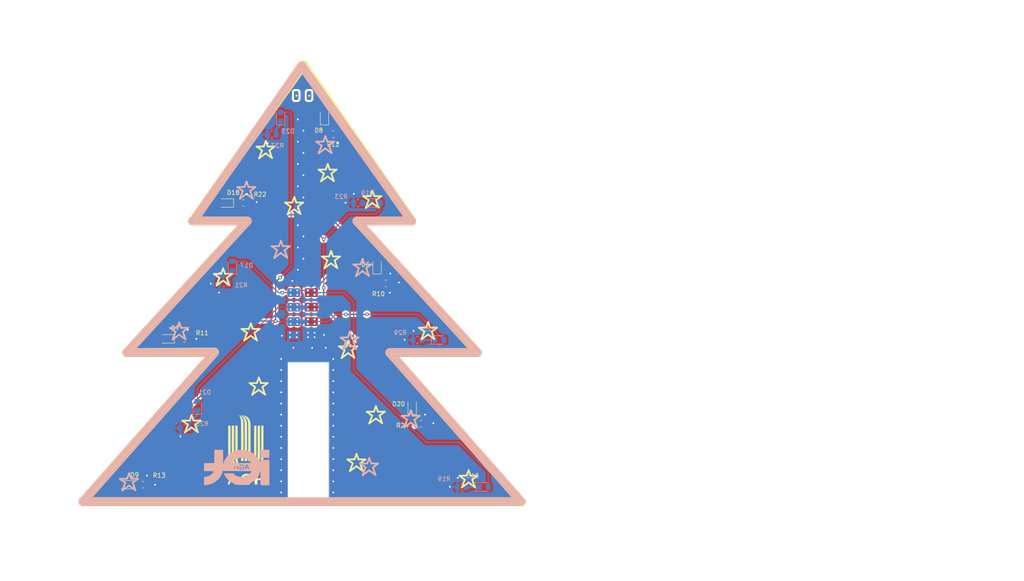
<source format=kicad_pcb>
(kicad_pcb (version 20221018) (generator pcbnew)
  (layers (0 "F.Cu" signal) (31 "B.Cu" signal) (34 "B.Paste" user) (35 "F.Paste" user) (36 "B.SilkS" user "B.Silkscreen") (37 "F.SilkS" user "F.Silkscreen") (38 "B.Mask" user) (39 "F.Mask" user) (44 "Edge.Cuts" user))
  (net 0 "")
  (net 1 "/LED_Power_1")
  (net 2 "/LED_Power_3")
  (net 3 "/LED_Power_2")
  (net 4 "Net-(D15-K)")
  (net 5 "Net-(D17-K)")
  (net 6 "GND")
  (net 7 "Net-(D20-K)")
  (footprint "LocalFootprintLib:Multi_board_connector" (layer "F.Cu") (at 99.077 100.812 -90)
    (fp_text reference "J4" hide)
    (fp_text value "Conn_01x04_Pin")
  )
  (footprint "LED_SMD:LED_0805_2012Metric_Pad1.15x1.40mm_HandSolder" (layer "F.Cu") (at 56.383 138.02 180)
    (fp_text reference "D9")
    (fp_text value "LED")
  )
  (footprint "Resistor_SMD:R_0805_2012Metric_Pad1.20x1.40mm_HandSolder" (layer "F.Cu") (at 103.823 58.098)
    (fp_text reference "R12")
    (fp_text value "100")
  )
  (footprint "Connector_Wire:SolderWirePad_1x01_SMD_1x2mm" (layer "F.Cu") (at 95.372 49.247)
    (fp_text reference "REF**" hide)
    (fp_text value "SolderWirePad_1x01_SMD_1x2mm")
  )
  (footprint "LED_SMD:LED_0805_2012Metric_Pad1.15x1.40mm_HandSolder" (layer "F.Cu") (at 121.823 120.123 90)
    (fp_text reference "D20")
    (fp_text value "LED")
  )
  (footprint "LED_SMD:LED_0805_2012Metric_Pad1.15x1.40mm_HandSolder" (layer "F.Cu") (at 113.823 88.098 90)
    (fp_text reference "D6")
    (fp_text value "LED")
  )
  (footprint "Resistor_SMD:R_0805_2012Metric_Pad1.20x1.40mm_HandSolder" (layer "F.Cu") (at 123.823 124.098)
    (fp_text reference "R24")
    (fp_text value "100")
  )
  (footprint "LED_SMD:LED_0805_2012Metric_Pad1.15x1.40mm_HandSolder" (layer "F.Cu") (at 65.772 104.746 180)
    (fp_text reference "D7")
    (fp_text value "LED")
  )
  (footprint "LED_SMD:LED_0805_2012Metric_Pad1.15x1.40mm_HandSolder" (layer "F.Cu") (at 79.234 73.758 180)
    (fp_text reference "D18")
    (fp_text value "LED")
  )
  (footprint "Resistor_SMD:R_0805_2012Metric_Pad1.20x1.40mm_HandSolder" (layer "F.Cu") (at 115.823 92.098)
    (fp_text reference "R10")
    (fp_text value "100")
  )
  (footprint "Resistor_SMD:R_0805_2012Metric_Pad1.20x1.40mm_HandSolder" (layer "F.Cu") (at 60.447 138.02)
    (fp_text reference "R13")
    (fp_text value "100")
  )
  (footprint "Resistor_SMD:R_0805_2012Metric_Pad1.20x1.40mm_HandSolder" (layer "F.Cu") (at 83.307 73.758)
    (fp_text reference "R22")
    (fp_text value "100")
  )
  (footprint "Resistor_SMD:R_0805_2012Metric_Pad1.20x1.40mm_HandSolder" (layer "F.Cu") (at 69.836 104.746)
    (fp_text reference "R11")
    (fp_text value "100")
  )
  (footprint "Connector_Wire:SolderWirePad_1x01_SMD_1x2mm" (layer "F.Cu") (at 98.293 49.247)
    (fp_text reference "REF**" hide)
    (fp_text value "SolderWirePad_1x01_SMD_1x2mm")
  )
  (footprint "LOGO" (layer "F.Cu") (at 83.823 130.098)
    (fp_text reference "G***" hide)
    (fp_text value "LOGO" hide)
  )
  (footprint "LED_SMD:LED_0805_2012Metric_Pad1.15x1.40mm_HandSolder" (layer "F.Cu") (at 101.823 54.098 90)
    (fp_text reference "D8")
    (fp_text value "LED")
  )
  (footprint "LOGO" (layer "B.Cu") (at 81.823 134.098 180)
    (fp_text reference "G***" hide)
    (fp_text value "LOGO" hide)
  )
  (footprint "LED_SMD:LED_0805_2012Metric_Pad1.15x1.40mm_HandSolder" (layer "B.Cu") (at 113.533 73.758)
    (fp_text reference "D19")
    (fp_text value "LED")
  )
  (footprint "LED_SMD:LED_0805_2012Metric_Pad1.15x1.40mm_HandSolder" (layer "B.Cu") (at 128.011 105)
    (fp_text reference "D25")
    (fp_text value "LED")
  )
  (footprint "LED_SMD:LED_0805_2012Metric_Pad1.15x1.40mm_HandSolder" (layer "B.Cu") (at 91.823 54.073 90)
    (fp_text reference "D23")
    (fp_text value "LED")
  )
  (footprint "Resistor_SMD:R_0805_2012Metric_Pad1.20x1.40mm_HandSolder" (layer "B.Cu") (at 109.469 73.758 180)
    (fp_text reference "R23")
    (fp_text value "100")
  )
  (footprint "Connector_Wire:SolderWirePad_1x01_SMD_1x2mm" (layer "B.Cu") (at 98.293 49.247 180)
    (fp_text reference "REF**" hide)
    (fp_text value "SolderWirePad_1x01_SMD_1x2mm")
  )
  (footprint "Resistor_SMD:R_0805_2012Metric_Pad1.20x1.40mm_HandSolder" (layer "B.Cu") (at 123.011 105 180)
    (fp_text reference "R29")
    (fp_text value "100")
  )
  (footprint "Resistor_SMD:R_0805_2012Metric_Pad1.20x1.40mm_HandSolder" (layer "B.Cu") (at 78.823 92.073 180)
    (fp_text reference "R21")
    (fp_text value "100")
  )
  (footprint "Connector_Wire:SolderWirePad_1x01_SMD_1x2mm" (layer "B.Cu") (at 95.372 49.247 180)
    (fp_text reference "REF**" hide)
    (fp_text value "SolderWirePad_1x01_SMD_1x2mm")
  )
  (footprint "LED_SMD:LED_0805_2012Metric_Pad1.15x1.40mm_HandSolder" (layer "B.Cu") (at 138.171 138.528)
    (fp_text reference "D15")
    (fp_text value "LED")
  )
  (footprint "Resistor_SMD:R_0805_2012Metric_Pad1.20x1.40mm_HandSolder" (layer "B.Cu") (at 133.171 138.528 180)
    (fp_text reference "R19")
    (fp_text value "100")
  )
  (footprint "Resistor_SMD:R_0805_2012Metric_Pad1.20x1.40mm_HandSolder" (layer "B.Cu") (at 89.823 58.098 180)
    (fp_text reference "R27")
    (fp_text value "100")
  )
  (footprint "LocalFootprintLib:Multi_board_connector" (layer "B.Cu") (at 94.569 100.812 -90)
    (fp_text reference "J5" hide)
    (fp_text value "Conn_01x04_Pin")
  )
  (footprint "Resistor_SMD:R_0805_2012Metric_Pad1.20x1.40mm_HandSolder" (layer "B.Cu") (at 69.9105 125.098 180)
    (fp_text reference "R25")
    (fp_text value "100")
  )
  (footprint "LED_SMD:LED_0805_2012Metric_Pad1.15x1.40mm_HandSolder" (layer "B.Cu") (at 72.823 120.073 90)
    (fp_text reference "D21")
    (fp_text value "LED")
  )
  (footprint "LED_SMD:LED_0805_2012Metric_Pad1.15x1.40mm_HandSolder" (layer "B.Cu") (at 80.823 88.098 90)
    (fp_text reference "D17")
    (fp_text value "LED")
  )
  (gr_line (start 112.043 131.908) (end 112.493 133.168) (stroke (width 0.4)) (layer "B.SilkS"))
  (gr_line (start 112.863 134.068) (end 113.483 135.808) (stroke (width 0.4)) (layer "B.SilkS"))
  (gr_line (start 101.993 61.318) (end 100.483 62.448) (stroke (width 0.4)) (layer "B.SilkS"))
  (gr_line (start 109.663 88.658) (end 108.983 90.438) (stroke (width 0.4)) (layer "B.SilkS"))
  (gr_line (start 81.943 70.128) (end 83.593 70.108) (stroke (width 0.4)) (layer "B.SilkS"))
  (gr_line (start 84.053 68.848) (end 83.593 70.108) (stroke (width 0.4)) (layer "B.SilkS"))
  (gr_line (start 102.843 60.658) (end 104.043 59.768) (stroke (width 0.4)) (layer "B.SilkS"))
  (gr_line (start 108.413 87.768) (end 110.063 87.748) (stroke (width 0.4)) (layer "B.SilkS"))
  (gr_line (start 111.343 88.648) (end 112.543 87.758) (stroke (width 0.4)) (layer "B.SilkS"))
  (gr_line (start 69.523 103.138) (end 70.143 104.878) (stroke (width 0.4)) (layer "B.SilkS"))
  (gr_line (start 112.013 134.728) (end 113.483 135.808) (stroke (width 0.4)) (layer "B.SilkS"))
  (gr_line (start 121.523 121.018) (end 121.063 122.278) (stroke (width 0.4)) (layer "B.SilkS"))
  (gr_line (start 107.583 103.158) (end 108.033 104.418) (stroke (width 0.4)) (layer "B.SilkS"))
  (gr_line (start 84.873 71.008) (end 86.073 70.118) (stroke (width 0.4)) (layer "B.SilkS"))
  (gr_line (start 101.993 61.318) (end 103.463 62.398) (stroke (width 0.4)) (layer "B.SilkS"))
  (gr_line (start 70.723 102.248) (end 69.153 102.238) (stroke (width 0.4)) (layer "B.SilkS"))
  (gr_line (start 107.553 105.978) (end 109.023 107.058) (stroke (width 0.4)) (layer "B.SilkS"))
  (gr_line (start 93.913 83.618) (end 92.343 83.608) (stroke (width 0.4)) (layer "B.SilkS"))
  (gr_line (start 110.523 86.488) (end 110.063 87.748) (stroke (width 0.4)) (layer "B.SilkS"))
  (gr_line (start 112.043 131.908) (end 111.583 133.168) (stroke (width 0.4)) (layer "B.SilkS"))
  (gr_line (start 69.523 103.138) (end 70.723 102.248) (stroke (width 0.4)) (layer "B.SilkS"))
  (gr_line (start 110.493 89.308) (end 108.983 90.438) (stroke (width 0.4)) (layer "B.SilkS"))
  (gr_line (start 55.153 136.668) (end 56.403 137.558) (stroke (width 0.4)) (layer "B.SilkS"))
  (gr_line (start 91.033 84.518) (end 90.353 86.298) (stroke (width 0.4)) (layer "B.SilkS"))
  (gr_line (start 109.203 77.888) (end 136.703 107.888) (stroke (width 2)) (layer "B.SilkS"))
  (gr_line (start 84.023 71.668) (end 85.493 72.748) (stroke (width 0.4)) (layer "B.SilkS"))
  (gr_line (start 58.083 137.548) (end 58.703 139.288) (stroke (width 0.4)) (layer "B.SilkS"))
  (gr_line (start 96.595 42.455) (end 72.495 77.055) (stroke (width 2)) (layer "B.SilkS"))
  (gr_line (start 104.043 59.768) (end 102.473 59.758) (stroke (width 0.4)) (layer "B.SilkS"))
  (gr_line (start 84.023 71.668) (end 82.513 72.798) (stroke (width 0.4)) (layer "B.SilkS"))
  (gr_line (start 136.703 107.888) (end 116.703 107.888) (stroke (width 2)) (layer "B.SilkS"))
  (gr_line (start 114.063 133.178) (end 112.493 133.168) (stroke (width 0.4)) (layer "B.SilkS"))
  (gr_line (start 99.913 59.778) (end 101.563 59.758) (stroke (width 0.4)) (layer "B.SilkS"))
  (gr_line (start 92.713 84.508) (end 93.333 86.248) (stroke (width 0.4)) (layer "B.SilkS"))
  (gr_line (start 107.583 103.158) (end 107.123 104.418) (stroke (width 0.4)) (layer "B.SilkS"))
  (gr_line (start 83.193 71.018) (end 82.513 72.798) (stroke (width 0.4)) (layer "B.SilkS"))
  (gr_line (start 110.523 86.488) (end 110.973 87.748) (stroke (width 0.4)) (layer "B.SilkS"))
  (gr_line (start 102.843 60.658) (end 103.463 62.398) (stroke (width 0.4)) (layer "B.SilkS"))
  (gr_line (start 107.553 105.978) (end 106.043 107.108) (stroke (width 0.4)) (layer "B.SilkS"))
  (gr_line (start 57.233 138.208) (end 55.723 139.338) (stroke (width 0.4)) (layer "B.SilkS"))
  (gr_line (start 120.663 123.188) (end 119.983 124.968) (stroke (width 0.4)) (layer "B.SilkS"))
  (gr_line (start 101.163 60.668) (end 100.483 62.448) (stroke (width 0.4)) (layer "B.SilkS"))
  (gr_line (start 89.783 83.628) (end 91.433 83.608) (stroke (width 0.4)) (layer "B.SilkS"))
  (gr_line (start 119.413 122.298) (end 121.063 122.278) (stroke (width 0.4)) (layer "B.SilkS"))
  (gr_line (start 102.023 58.498) (end 101.563 59.758) (stroke (width 0.4)) (layer "B.SilkS"))
  (gr_line (start 66.593 102.258) (end 67.843 103.148) (stroke (width 0.4)) (layer "B.SilkS"))
  (gr_line (start 76.703 107.888) (end 46.703 141.888) (stroke (width 2)) (layer "B.SilkS"))
  (gr_line (start 119.413 122.298) (end 120.663 123.188) (stroke (width 0.4)) (layer "B.SilkS"))
  (gr_line (start 71.703 77.888) (end 84.203 77.888) (stroke (width 2)) (layer "B.SilkS"))
  (gr_line (start 102.023 58.498) (end 102.473 59.758) (stroke (width 0.4)) (layer "B.SilkS"))
  (gr_line (start 108.403 105.318) (end 109.023 107.058) (stroke (width 0.4)) (layer "B.SilkS"))
  (gr_line (start 121.523 121.018) (end 121.973 122.278) (stroke (width 0.4)) (layer "B.SilkS"))
  (gr_line (start 105.473 104.438) (end 106.723 105.328) (stroke (width 0.4)) (layer "B.SilkS"))
  (gr_line (start 116.703 107.888) (end 146.703 141.888) (stroke (width 2)) (layer "B.SilkS"))
  (gr_line (start 57.263 135.388) (end 56.803 136.648) (stroke (width 0.4)) (layer "B.SilkS"))
  (gr_line (start 76.703 107.888) (end 56.703 107.888) (stroke (width 2)) (layer "B.SilkS"))
  (gr_line (start 84.203 77.888) (end 56.703 107.888) (stroke (width 2)) (layer "B.SilkS"))
  (gr_line (start 112.543 87.758) (end 110.973 87.748) (stroke (width 0.4)) (layer "B.SilkS"))
  (gr_line (start 121.493 123.838) (end 119.983 124.968) (stroke (width 0.4)) (layer "B.SilkS"))
  (gr_line (start 68.703 100.978) (end 68.243 102.238) (stroke (width 0.4)) (layer "B.SilkS"))
  (gr_line (start 91.893 82.348) (end 91.433 83.608) (stroke (width 0.4)) (layer "B.SilkS"))
  (gr_line (start 105.473 104.438) (end 107.123 104.418) (stroke (width 0.4)) (layer "B.SilkS"))
  (gr_line (start 68.673 103.798) (end 67.163 104.928) (stroke (width 0.4)) (layer "B.SilkS"))
  (gr_line (start 89.783 83.628) (end 91.033 84.518) (stroke (width 0.4)) (layer "B.SilkS"))
  (gr_line (start 146.703 141.888) (end 46.703 141.888) (stroke (width 2)) (layer "B.SilkS"))
  (gr_line (start 81.943 70.128) (end 83.193 71.018) (stroke (width 0.4)) (layer "B.SilkS"))
  (gr_line (start 109.933 133.188) (end 111.583 133.168) (stroke (width 0.4)) (layer "B.SilkS"))
  (gr_line (start 112.863 134.068) (end 114.063 133.178) (stroke (width 0.4)) (layer "B.SilkS"))
  (gr_line (start 58.083 137.548) (end 59.283 136.658) (stroke (width 0.4)) (layer "B.SilkS"))
  (gr_line (start 109.203 77.888) (end 121.703 77.888) (stroke (width 2)) (layer "B.SilkS"))
  (gr_line (start 91.893 82.348) (end 92.343 83.608) (stroke (width 0.4)) (layer "B.SilkS"))
  (gr_line (start 68.703 100.978) (end 69.153 102.238) (stroke (width 0.4)) (layer "B.SilkS"))
  (gr_line (start 108.403 105.318) (end 109.603 104.428) (stroke (width 0.4)) (layer "B.SilkS"))
  (gr_line (start 66.593 102.258) (end 68.243 102.238) (stroke (width 0.4)) (layer "B.SilkS"))
  (gr_line (start 106.723 105.328) (end 106.043 107.108) (stroke (width 0.4)) (layer "B.SilkS"))
  (gr_line (start 56.403 137.558) (end 55.723 139.338) (stroke (width 0.4)) (layer "B.SilkS"))
  (gr_line (start 122.343 123.178) (end 122.963 124.918) (stroke (width 0.4)) (layer "B.SilkS"))
  (gr_line (start 109.933 133.188) (end 111.183 134.078) (stroke (width 0.4)) (layer "B.SilkS"))
  (gr_line (start 99.913 59.778) (end 101.163 60.668) (stroke (width 0.4)) (layer "B.SilkS"))
  (gr_line (start 57.263 135.388) (end 57.713 136.648) (stroke (width 0.4)) (layer "B.SilkS"))
  (gr_line (start 92.713 84.508) (end 93.913 83.618) (stroke (width 0.4)) (layer "B.SilkS"))
  (gr_line (start 67.843 103.148) (end 67.163 104.928) (stroke (width 0.4)) (layer "B.SilkS"))
  (gr_line (start 108.413 87.768) (end 109.663 88.658) (stroke (width 0.4)) (layer "B.SilkS"))
  (gr_line (start 110.493 89.308) (end 111.963 90.388) (stroke (width 0.4)) (layer "B.SilkS"))
  (gr_line (start 84.053 68.848) (end 84.503 70.108) (stroke (width 0.4)) (layer "B.SilkS"))
  (gr_line (start 121.493 123.838) (end 122.963 124.918) (stroke (width 0.4)) (layer "B.SilkS"))
  (gr_line (start 96.595 42.455) (end 121.703 77.888) (stroke (width 2)) (layer "B.SilkS"))
  (gr_line (start 111.343 88.648) (end 111.963 90.388) (stroke (width 0.4)) (layer "B.SilkS"))
  (gr_line (start 112.013 134.728) (end 110.503 135.858) (stroke (width 0.4)) (layer "B.SilkS"))
  (gr_line (start 84.873 71.008) (end 85.493 72.748) (stroke (width 0.4)) (layer "B.SilkS"))
  (gr_line (start 86.073 70.118) (end 84.503 70.108) (stroke (width 0.4)) (layer "B.SilkS"))
  (gr_line (start 91.863 85.168) (end 90.353 86.298) (stroke (width 0.4)) (layer "B.SilkS"))
  (gr_line (start 55.153 136.668) (end 56.803 136.648) (stroke (width 0.4)) (layer "B.SilkS"))
  (gr_line (start 57.233 138.208) (end 58.703 139.288) (stroke (width 0.4)) (layer "B.SilkS"))
  (gr_line (start 122.343 123.178) (end 123.543 122.288) (stroke (width 0.4)) (layer "B.SilkS"))
  (gr_line (start 123.543 122.288) (end 121.973 122.278) (stroke (width 0.4)) (layer "B.SilkS"))
  (gr_line (start 109.603 104.428) (end 108.033 104.418) (stroke (width 0.4)) (layer "B.SilkS"))
  (gr_line (start 68.673 103.798) (end 70.143 104.878) (stroke (width 0.4)) (layer "B.SilkS"))
  (gr_line (start 111.183 134.078) (end 110.503 135.858) (stroke (width 0.4)) (layer "B.SilkS"))
  (gr_line (start 91.863 85.168) (end 93.333 86.248) (stroke (width 0.4)) (layer "B.SilkS"))
  (gr_line (start 59.283 136.658) (end 57.713 136.648) (stroke (width 0.4)) (layer "B.SilkS"))
  (gr_line (start 123.363 102.208) (end 125.013 102.188) (stroke (width 0.4)) (layer "F.SilkS"))
  (gr_line (start 116.723 107.878) (end 146.723 141.878) (stroke (width 2)) (layer "F.SilkS"))
  (gr_line (start 126.293 103.088) (end 126.843 104.748) (stroke (width 0.4)) (layer "F.SilkS"))
  (gr_line (start 126.293 103.088) (end 127.493 102.198) (stroke (width 0.4)) (layer "F.SilkS"))
  (gr_line (start 104.153 86.858) (end 105.353 85.968) (stroke (width 0.4)) (layer "F.SilkS"))
  (gr_line (start 113.563 120.098) (end 114.013 121.358) (stroke (width 0.4)) (layer "F.SilkS"))
  (gr_line (start 109.136 130.966) (end 108.676 132.226) (stroke (width 0.4)) (layer "F.SilkS"))
  (gr_line (start 132.583 135.968) (end 134.233 135.948) (stroke (width 0.4)) (layer "F.SilkS"))
  (gr_line (start 95.763 74.558) (end 96.313 76.218) (stroke (width 0.4)) (layer "F.SilkS"))
  (gr_line (start 103.303 87.518) (end 104.773 88.598) (stroke (width 0.4)) (layer "F.SilkS"))
  (gr_line (start 89.263 61.778) (end 90.463 60.888) (stroke (width 0.4)) (layer "F.SilkS"))
  (gr_line (start 72.343 124.288) (end 72.893 125.948) (stroke (width 0.4)) (layer "F.SilkS"))
  (gr_line (start 85.023 101.218) (end 84.563 102.478) (stroke (width 0.4)) (layer "F.SilkS"))
  (gr_line (start 102.563 64.878) (end 102.103 66.138) (stroke (width 0.4)) (layer "F.SilkS"))
  (gr_line (start 71.723 77.878) (end 84.223 77.878) (stroke (width 2)) (layer "F.SilkS"))
  (gr_line (start 115.583 121.368) (end 114.013 121.358) (stroke (width 0.4)) (layer "F.SilkS"))
  (gr_line (start 111.453 121.378) (end 112.703 122.268) (stroke (width 0.4)) (layer "F.SilkS"))
  (gr_line (start 94.943 72.398) (end 94.483 73.658) (stroke (width 0.4)) (layer "F.SilkS"))
  (gr_line (start 97.658 43.532) (end 95.88 43.532) (stroke (width 0.15)) (layer "F.SilkS"))
  (gr_line (start 113.583 73.098) (end 114.133 74.758) (stroke (width 0.4)) (layer "F.SilkS"))
  (gr_line (start 87.043 102.488) (end 85.473 102.478) (stroke (width 0.4)) (layer "F.SilkS"))
  (gr_line (start 92.833 73.678) (end 94.483 73.658) (stroke (width 0.4)) (layer "F.SilkS"))
  (gr_line (start 87.673 115.728) (end 88.873 114.838) (stroke (width 0.4)) (layer "F.SilkS"))
  (gr_line (start 85.843 103.378) (end 87.043 102.488) (stroke (width 0.4)) (layer "F.SilkS"))
  (gr_line (start 86.333 60.898) (end 87.983 60.878) (stroke (width 0.4)) (layer "F.SilkS"))
  (gr_line (start 69.413 123.408) (end 70.663 124.298) (stroke (width 0.4)) (layer "F.SilkS"))
  (gr_line (start 102.473 86.868) (end 101.793 88.648) (stroke (width 0.4)) (layer "F.SilkS"))
  (gr_line (start 85.843 103.378) (end 86.393 105.038) (stroke (width 0.4)) (layer "F.SilkS"))
  (gr_line (start 88.413 62.438) (end 89.883 63.518) (stroke (width 0.4)) (layer "F.SilkS"))
  (gr_line (start 112.763 70.938) (end 112.303 72.198) (stroke (width 0.4)) (layer "F.SilkS"))
  (gr_line (start 134.663 137.508) (end 133.153 138.638) (stroke (width 0.4)) (layer "F.SilkS"))
  (gr_line (start 84.993 104.038) (end 83.483 105.168) (stroke (width 0.4)) (layer "F.SilkS"))
  (gr_line (start 146.723 141.878) (end 46.723 141.878) (stroke (width 2)) (layer "F.SilkS"))
  (gr_line (start 111.156 132.236) (end 109.586 132.226) (stroke (width 0.4)) (layer "F.SilkS"))
  (gr_line (start 79.533 90.818) (end 80.733 89.928) (stroke (width 0.4)) (layer "F.SilkS"))
  (gr_line (start 88.443 59.618) (end 87.983 60.878) (stroke (width 0.4)) (layer "F.SilkS"))
  (gr_line (start 84.163 103.388) (end 83.483 105.168) (stroke (width 0.4)) (layer "F.SilkS"))
  (gr_line (start 107.223 107.998) (end 108.693 109.078) (stroke (width 0.4)) (layer "F.SilkS"))
  (gr_line (start 94.913 75.218) (end 96.383 76.298) (stroke (width 0.4)) (layer "F.SilkS"))
  (gr_line (start 105.143 106.458) (end 106.393 107.348) (stroke (width 0.4)) (layer "F.SilkS"))
  (gr_line (start 109.956 133.126) (end 111.156 132.236) (stroke (width 0.4)) (layer "F.SilkS"))
  (gr_line (start 103.383 67.038) (end 104.583 66.148) (stroke (width 0.4)) (layer "F.SilkS"))
  (gr_line (start 134.693 134.688) (end 134.233 135.948) (stroke (width 0.4)) (layer "F.SilkS"))
  (gr_line (start 88.873 114.838) (end 87.303 114.828) (stroke (width 0.4)) (layer "F.SilkS"))
  (gr_line (start 112.733 73.758) (end 114.203 74.838) (stroke (width 0.4)) (layer "F.SilkS"))
  (gr_line (start 86.823 116.388) (end 88.293 117.468) (stroke (width 0.4)) (layer "F.SilkS"))
  (gr_line (start 114.783 72.208) (end 113.213 72.198) (stroke (width 0.4)) (layer "F.SilkS"))
  (gr_line (start 127.493 102.198) (end 125.923 102.188) (stroke (width 0.4)) (layer "F.SilkS"))
  (gr_line (start 71.493 124.948) (end 72.963 126.028) (stroke (width 0.4)) (layer "F.SilkS"))
  (gr_line (start 96.963 73.668) (end 95.393 73.658) (stroke (width 0.4)) (layer "F.SilkS"))
  (gr_line (start 94.943 72.398) (end 95.393 73.658) (stroke (width 0.4)) (layer "F.SilkS"))
  (gr_line (start 88.413 62.438) (end 86.903 63.568) (stroke (width 0.4)) (layer "F.SilkS"))
  (gr_line (start 87.583 61.788) (end 86.903 63.568) (stroke (width 0.4)) (layer "F.SilkS"))
  (gr_line (start 124.613 103.098) (end 123.933 104.878) (stroke (width 0.4)) (layer "F.SilkS"))
  (gr_line (start 106.393 107.348) (end 105.713 109.128) (stroke (width 0.4)) (layer "F.SilkS"))
  (gr_line (start 108.073 107.338) (end 108.623 108.998) (stroke (width 0.4)) (layer "F.SilkS"))
  (gr_line (start 82.913 102.498) (end 84.563 102.478) (stroke (width 0.4)) (layer "F.SilkS"))
  (gr_line (start 100.453 66.158) (end 102.103 66.138) (stroke (width 0.4)) (layer "F.SilkS"))
  (gr_line (start 104.583 66.148) (end 103.013 66.138) (stroke (width 0.4)) (layer "F.SilkS"))
  (gr_line (start 78.713 88.658) (end 78.253 89.918) (stroke (width 0.4)) (layer "F.SilkS"))
  (gr_line (start 84.993 104.038) (end 86.463 105.118) (stroke (width 0.4)) (layer "F.SilkS"))
  (gr_line (start 78.683 91.478) (end 80.153 92.558) (stroke (width 0.4)) (layer "F.SilkS"))
  (gr_line (start 85.993 115.738) (end 85.313 117.518) (stroke (width 0.4)) (layer "F.SilkS"))
  (gr_line (start 112.703 122.268) (end 112.023 124.048) (stroke (width 0.4)) (layer "F.SilkS"))
  (gr_line (start 104.153 86.858) (end 104.703 88.518) (stroke (width 0.4)) (layer "F.SilkS"))
  (gr_line (start 113.583 73.098) (end 114.783 72.208) (stroke (width 0.4)) (layer "F.SilkS"))
  (gr_line (start 72.343 124.288) (end 73.543 123.398) (stroke (width 0.4)) (layer "F.SilkS"))
  (gr_line (start 76.603 89.938) (end 78.253 89.918) (stroke (width 0.4)) (layer "F.SilkS"))
  (gr_line (start 101.223 85.978) (end 102.473 86.868) (stroke (width 0.4)) (layer "F.SilkS"))
  (gr_line (start 94.083 74.568) (end 93.403 76.348) (stroke (width 0.4)) (layer "F.SilkS"))
  (gr_line (start 114.383 122.258) (end 114.933 123.918) (stroke (width 0.4)) (layer "F.SilkS"))
  (gr_line (start 89.263 61.778) (end 89.813 63.438) (stroke (width 0.4)) (layer "F.SilkS"))
  (gr_line (start 88.443 59.618) (end 88.893 60.878) (stroke (width 0.4)) (layer "F.SilkS"))
  (gr_line (start 103.333 84.698) (end 102.873 85.958) (stroke (width 0.4)) (layer "F.SilkS"))
  (gr_line (start 113.563 120.098) (end 113.103 121.358) (stroke (width 0.4)) (layer "F.SilkS"))
  (gr_line (start 132.583 135.968) (end 133.833 136.858) (stroke (width 0.4)) (layer "F.SilkS"))
  (gr_line (start 112.763 70.938) (end 113.213 72.198) (stroke (width 0.4)) (layer "F.SilkS"))
  (gr_line (start 102.533 67.698) (end 104.003 68.778) (stroke (width 0.4)) (layer "F.SilkS"))
  (gr_line (start 92.833 73.678) (end 94.083 74.568) (stroke (width 0.4)) (layer "F.SilkS"))
  (gr_line (start 103.303 87.518) (end 101.793 88.648) (stroke (width 0.4)) (layer "F.SilkS"))
  (gr_line (start 73.543 123.398) (end 71.973 123.388) (stroke (width 0.4)) (layer "F.SilkS"))
  (gr_line (start 134.693 134.688) (end 135.143 135.948) (stroke (width 0.4)) (layer "F.SilkS"))
  (gr_line (start 125.473 100.928) (end 125.013 102.188) (stroke (width 0.4)) (layer "F.SilkS"))
  (gr_line (start 71.523 122.128) (end 71.063 123.388) (stroke (width 0.4)) (layer "F.SilkS"))
  (gr_line (start 97.108 42.163) (end 121.723 77.878) (stroke (width 2)) (layer "F.SilkS"))
  (gr_line (start 84.743 114.848) (end 86.393 114.828) (stroke (width 0.4)) (layer "F.SilkS"))
  (gr_line (start 90.463 60.888) (end 88.893 60.878) (stroke (width 0.4)) (layer "F.SilkS"))
  (gr_line (start 103.383 67.038) (end 103.933 68.698) (stroke (width 0.4)) (layer "F.SilkS"))
  (gr_line (start 94.913 75.218) (end 93.403 76.348) (stroke (width 0.4)) (layer "F.SilkS"))
  (gr_line (start 109.106 133.786) (end 110.576 134.866) (stroke (width 0.4)) (layer "F.SilkS"))
  (gr_line (start 133.833 136.858) (end 133.153 138.638) (stroke (width 0.4)) (layer "F.SilkS"))
  (gr_line (start 108.276 133.136) (end 107.596 134.916) (stroke (width 0.4)) (layer "F.SilkS"))
  (gr_line (start 125.473 100.928) (end 125.923 102.188) (stroke (width 0.4)) (layer "F.SilkS"))
  (gr_line (start 107.223 107.998) (end 105.713 109.128) (stroke (width 0.4)) (layer "F.SilkS"))
  (gr_line (start 112.733 73.758) (end 111.223 74.888) (stroke (width 0.4)) (layer "F.SilkS"))
  (gr_line (start 136.723 107.878) (end 116.723 107.878) (stroke (width 2)) (layer "F.SilkS"))
  (gr_line (start 78.683 91.478) (end 77.173 92.608) (stroke (width 0.4)) (layer "F.SilkS"))
  (gr_line (start 109.273 106.448) (end 107.703 106.438) (stroke (width 0.4)) (layer "F.SilkS"))
  (gr_line (start 109.106 133.786) (end 107.596 134.916) (stroke (width 0.4)) (layer "F.SilkS"))
  (gr_line (start 134.663 137.508) (end 136.133 138.588) (stroke (width 0.4)) (layer "F.SilkS"))
  (gr_line (start 87.673 115.728) (end 88.223 117.388) (stroke (width 0.4)) (layer "F.SilkS"))
  (gr_line (start 76.723 107.878) (end 46.723 141.878) (stroke (width 2)) (layer "F.SilkS"))
  (gr_line (start 135.513 136.848) (end 136.713 135.958) (stroke (width 0.4)) (layer "F.SilkS"))
  (gr_line (start 111.453 121.378) (end 113.103 121.358) (stroke (width 0.4)) (layer "F.SilkS"))
  (gr_line (start 136.713 135.958) (end 135.143 135.948) (stroke (width 0.4)) (layer "F.SilkS"))
  (gr_line (start 86.823 116.388) (end 85.313 117.518) (stroke (width 0.4)) (layer "F.SilkS"))
  (gr_line (start 125.443 103.748) (end 126.913 104.828) (stroke (width 0.4)) (layer "F.SilkS"))
  (gr_line (start 70.663 124.298) (end 69.983 126.078) (stroke (width 0.4)) (layer "F.SilkS"))
  (gr_line (start 109.223 77.878) (end 136.723 107.878) (stroke (width 2)) (layer "F.SilkS"))
  (gr_line (start 109.136 130.966) (end 109.586 132.226) (stroke (width 0.4)) (layer "F.SilkS"))
  (gr_line (start 108.073 107.338) (end 109.273 106.448) (stroke (width 0.4)) (layer "F.SilkS"))
  (gr_line (start 86.853 113.568) (end 86.393 114.828) (stroke (width 0.4)) (layer "F.SilkS"))
  (gr_line (start 97.108 42.163) (end 71.723 77.878) (stroke (width 2)) (layer "F.SilkS"))
  (gr_line (start 107.026 132.246) (end 108.676 132.226) (stroke (width 0.4)) (layer "F.SilkS"))
  (gr_line (start 86.853 113.568) (end 87.303 114.828) (stroke (width 0.4)) (layer "F.SilkS"))
  (gr_line (start 105.143 106.458) (end 106.793 106.438) (stroke (width 0.4)) (layer "F.SilkS"))
  (gr_line (start 110.653 72.218) (end 111.903 73.108) (stroke (width 0.4)) (layer "F.SilkS"))
  (gr_line (start 71.493 124.948) (end 69.983 126.078) (stroke (width 0.4)) (layer "F.SilkS"))
  (gr_line (start 101.223 85.978) (end 102.873 85.958) (stroke (width 0.4)) (layer "F.SilkS"))
  (gr_line (start 76.603 89.938) (end 77.853 90.828) (stroke (width 0.4)) (layer "F.SilkS"))
  (gr_line (start 69.413 123.408) (end 71.063 123.388) (stroke (width 0.4)) (layer "F.SilkS"))
  (gr_line (start 86.333 60.898) (end 87.583 61.788) (stroke (width 0.4)) (layer "F.SilkS"))
  (gr_line (start 84.223 77.878) (end 56.723 107.878) (stroke (width 2)) (layer "F.SilkS"))
  (gr_line (start 95.763 74.558) (end 96.963 73.668) (stroke (width 0.4)) (layer "F.SilkS"))
  (gr_line (start 85.023 101.218) (end 85.473 102.478) (stroke (width 0.4)) (layer "F.SilkS"))
  (gr_line (start 109.956 133.126) (end 110.506 134.786) (stroke (width 0.4)) (layer "F.SilkS"))
  (gr_line (start 71.523 122.128) (end 71.973 123.388) (stroke (width 0.4)) (layer "F.SilkS"))
  (gr_line (start 102.563 64.878) (end 103.013 66.138) (stroke (width 0.4)) (layer "F.SilkS"))
  (gr_line (start 103.333 84.698) (end 103.783 85.958) (stroke (width 0.4)) (layer "F.SilkS"))
  (gr_line (start 135.513 136.848) (end 136.063 138.508) (stroke (width 0.4)) (layer "F.SilkS"))
  (gr_line (start 102.533 67.698) (end 101.023 68.828) (stroke (width 0.4)) (layer "F.SilkS"))
  (gr_line (start 105.353 85.968) (end 103.783 85.958) (stroke (width 0.4)) (layer "F.SilkS"))
  (gr_line (start 82.913 102.498) (end 84.163 103.388) (stroke (width 0.4)) (layer "F.SilkS"))
  (gr_line (start 109.223 77.878) (end 121.723 77.878) (stroke (width 2)) (layer "F.SilkS"))
  (gr_line (start 111.903 73.108) (end 111.223 74.888) (stroke (width 0.4)) (layer "F.SilkS"))
  (gr_line (start 78.713 88.658) (end 79.163 89.918) (stroke (width 0.4)) (layer "F.SilkS"))
  (gr_line (start 110.653 72.218) (end 112.303 72.198) (stroke (width 0.4)) (layer "F.SilkS"))
  (gr_line (start 125.443 103.748) (end 123.933 104.878) (stroke (width 0.4)) (layer "F.SilkS"))
  (gr_line (start 77.853 90.828) (end 77.173 92.608) (stroke (width 0.4)) (layer "F.SilkS"))
  (gr_line (start 107.253 105.178) (end 106.793 106.438) (stroke (width 0.4)) (layer "F.SilkS"))
  (gr_line (start 79.533 90.818) (end 80.083 92.478) (stroke (width 0.4)) (layer "F.SilkS"))
  (gr_line (start 101.703 67.048) (end 101.023 68.828) (stroke (width 0.4)) (layer "F.SilkS"))
  (gr_line (start 113.533 122.918) (end 112.023 124.048) (stroke (width 0.4)) (layer "F.SilkS"))
  (gr_line (start 107.253 105.178) (end 107.703 106.438) (stroke (width 0.4)) (layer "F.SilkS"))
  (gr_line (start 123.363 102.208) (end 124.613 103.098) (stroke (width 0.4)) (layer "F.SilkS"))
  (gr_line (start 114.383 122.258) (end 115.583 121.368) (stroke (width 0.4)) (layer "F.SilkS"))
  (gr_line (start 113.533 122.918) (end 115.003 123.998) (stroke (width 0.4)) (layer "F.SilkS"))
  (gr_line (start 76.743 107.758) (end 56.723 107.878) (stroke (width 2)) (layer "F.SilkS"))
  (gr_line (start 100.453 66.158) (end 101.703 67.048) (stroke (width 0.4)) (layer "F.SilkS"))
  (gr_line (start 107.026 132.246) (end 108.276 133.136) (stroke (width 0.4)) (layer "F.SilkS"))
  (gr_line (start 80.733 89.928) (end 79.163 89.918) (stroke (width 0.4)) (layer "F.SilkS"))
  (gr_line (start 84.743 114.848) (end 85.993 115.738) (stroke (width 0.4)) (layer "F.SilkS"))
  (gr_line (start 116.823 108.098) (end 146.823 142.098) (stroke (width 0.1)) (layer "Edge.Cuts"))
  (gr_line (start 93.467 110.098) (end 93.467 142.084) (stroke (width 0.1)) (layer "Edge.Cuts"))
  (gr_line (start 109.323 78.098) (end 136.823 108.098) (stroke (width 0.1)) (layer "Edge.Cuts"))
  (gr_line (start 84.323 78.098) (end 56.823 108.098) (stroke (width 0.1)) (layer "Edge.Cuts"))
  (gr_line (start 102.823 142.098) (end 102.823 110.098) (stroke (width 0.1)) (layer "Edge.Cuts"))
  (gr_line (start 97.723 43.498) (end 95.923 43.498) (stroke (width 0.1)) (layer "Edge.Cuts"))
  (gr_line (start 97.723 43.498) (end 121.823 78.098) (stroke (width 0.1)) (layer "Edge.Cuts"))
  (gr_line (start 95.923 43.498) (end 71.823 78.098) (stroke (width 0.1)) (layer "Edge.Cuts"))
  (gr_line (start 71.823 78.098) (end 84.323 78.098) (stroke (width 0.1)) (layer "Edge.Cuts"))
  (gr_line (start 102.823 142.098) (end 146.823 142.098) (stroke (width 0.1)) (layer "Edge.Cuts"))
  (gr_line (start 76.823 108.098) (end 46.823 142.098) (stroke (width 0.1)) (layer "Edge.Cuts"))
  (gr_line (start 136.823 108.098) (end 116.823 108.098) (stroke (width 0.1)) (layer "Edge.Cuts"))
  (gr_line (start 46.823 142.098) (end 93.467 142.084) (stroke (width 0.1)) (layer "Edge.Cuts"))
  (gr_line (start 76.823 108.098) (end 56.823 108.098) (stroke (width 0.1)) (layer "Edge.Cuts"))
  (gr_line (start 102.823 110.098) (end 93.467 110.098) (stroke (width 0.1)) (layer "Edge.Cuts"))
  (gr_line (start 109.323 78.098) (end 121.823 78.098) (stroke (width 0.1)) (layer "Edge.Cuts"))
  (segment (start 80.259 73.758) (end 82.3945 73.758) (width 0.6) (layer "F.Cu") (net 0))
  (segment (start 113.823 89.123) (end 113.823 91.0105) (width 0.6) (layer "F.Cu") (net 0))
  (segment (start 102.9105 57.2935) (end 102.9105 58.098) (width 0.6) (layer "F.Cu") (net 0))
  (segment (start 101.823 56.206) (end 102.9105 57.2935) (width 0.6) (layer "F.Cu") (net 0))
  (segment (start 101.823 55.123) (end 101.823 56.206) (width 0.6) (layer "F.Cu") (net 0))
  (segment (start 66.797 104.746) (end 68.9235 104.746) (width 0.6) (layer "F.Cu") (net 0))
  (segment (start 113.823 91.0105) (end 114.9105 92.098) (width 0.6) (layer "F.Cu") (net 0))
  (segment (start 57.408 138.02) (end 59.5345 138.02) (width 0.6) (layer "F.Cu") (net 0))
  (via (at 95.423 49.298) (size 0.8) (drill 0.4) (layers "F.Cu" "B.Cu") (net 0))
  (via (at 98.323 49.298) (size 0.8) (drill 0.4) (layers "F.Cu" "B.Cu") (net 0))
  (segment (start 112.508 73.758) (end 110.3815 73.758) (width 0.6) (layer "B.Cu") (net 0))
  (segment (start 91.823 55.8948) (end 90.7355 56.9823) (width 0.6) (layer "B.Cu") (net 0))
  (segment (start 91.823 55.098) (end 91.823 55.8948) (width 0.6) (layer "B.Cu") (net 0))
  (segment (start 70.823 124.088) (end 70.823 125.098) (width 0.6) (layer "B.Cu") (net 0))
  (segment (start 72.823 122.088) (end 70.823 124.088) (width 0.6) (layer "B.Cu") (net 0))
  (segment (start 90.7355 56.9823) (end 90.7355 58.098) (width 0.6) (layer "B.Cu") (net 0))
  (segment (start 126.986 105) (end 123.9235 105) (width 0.6) (layer "B.Cu") (net 0))
  (segment (start 72.823 121.098) (end 72.823 122.088) (width 0.6) (layer "B.Cu") (net 0))
  (segment (start 99.928 53.073) (end 98.547 54.454) (width 0.25) (layer "F.Cu") (net 1))
  (segment (start 101.823 53.073) (end 99.928 53.073) (width 0.25) (layer "F.Cu") (net 1))
  (segment (start 106.02 87.073) (end 105.958 87.073) (width 0.25) (layer "F.Cu") (net 1))
  (segment (start 98.547 54.454) (end 98.547 72.488) (width 0.25) (layer "F.Cu") (net 1))
  (segment (start 99.563 93.697) (end 99.334 93.697) (width 0.25) (layer "F.Cu") (net 1))
  (segment (start 106.02 79.961) (end 106.02 87.073) (width 0.25) (layer "F.Cu") (net 1))
  (segment (start 105.958 87.073) (end 99.563 93.468) (width 0.25) (layer "F.Cu") (net 1))
  (segment (start 113.823 87.073) (end 106.02 87.073) (width 0.25) (layer "F.Cu") (net 1))
  (segment (start 99.563 93.468) (end 99.563 93.697) (width 0.25) (layer "F.Cu") (net 1))
  (segment (start 98.547 72.488) (end 106.02 79.961) (width 0.25) (layer "F.Cu") (net 1))
  (segment (start 99.334 93.697) (end 98.823 94.208) (width 0.25) (layer "F.Cu") (net 1))
  (via (at 94.102 93.697) (size 0.8) (drill 0.4) (layers "F.Cu" "B.Cu") (net 1))
  (via (at 95.626 94.713) (size 0.8) (drill 0.4) (layers "F.Cu" "B.Cu") (net 1))
  (via (at 94.102 94.713) (size 0.8) (drill 0.4) (layers "F.Cu" "B.Cu") (net 1))
  (via (at 99.563 94.713) (size 0.8) (drill 0.4) (layers "F.Cu" "B.Cu") (net 1))
  (via (at 99.563 93.697) (size 0.8) (drill 0.4) (layers "F.Cu" "B.Cu") (net 1))
  (via (at 98.039 94.713) (size 0.8) (drill 0.4) (layers "F.Cu" "B.Cu") (net 1))
  (via (at 95.626 93.697) (size 0.8) (drill 0.4) (layers "F.Cu" "B.Cu") (net 1))
  (via (at 92.197 94.208) (size 0.8) (drill 0.4) (layers "F.Cu" "B.Cu") (net 1))
  (via (at 98.039 93.697) (size 0.8) (drill 0.4) (layers "F.Cu" "B.Cu") (net 1))
  (segment (start 106.297 94.208) (end 100.068 94.208) (width 0.25) (layer "B.Cu") (net 1))
  (segment (start 84.176 87.073) (end 80.823 87.073) (width 0.25) (layer "B.Cu") (net 1))
  (segment (start 100.068 94.208) (end 99.563 94.713) (width 0.25) (layer "B.Cu") (net 1))
  (segment (start 124.963 128.368) (end 108.453 111.858) (width 0.25) (layer "B.Cu") (net 1))
  (segment (start 139.196 138.528) (end 139.196 134.981) (width 0.25) (layer "B.Cu") (net 1))
  (segment (start 139.196 134.981) (end 132.583 128.368) (width 0.25) (layer "B.Cu") (net 1))
  (segment (start 92.197 94.208) (end 94.823 94.208) (width 0.25) (layer "B.Cu") (net 1))
  (segment (start 108.453 96.364) (end 106.297 94.208) (width 0.25) (layer "B.Cu") (net 1))
  (segment (start 92.197 94.208) (end 91.311 94.208) (width 0.25) (layer "B.Cu") (net 1))
  (segment (start 108.453 111.858) (end 108.453 96.364) (width 0.25) (layer "B.Cu") (net 1))
  (segment (start 132.583 128.368) (end 124.963 128.368) (width 0.25) (layer "B.Cu") (net 1))
  (segment (start 91.311 94.208) (end 84.176 87.073) (width 0.25) (layer "B.Cu") (net 1))
  (segment (start 98.039 93.697) (end 95.626 93.697) (width 0.25) (layer "B.Cu") (net 1))
  (segment (start 111.501 99.158) (end 106.675 99.158) (width 0.25) (layer "F.Cu") (net 2))
  (segment (start 90.673 91.792) (end 91.689 90.776) (width 0.25) (layer "F.Cu") (net 2))
  (segment (start 64.747 102.986) (end 64.747 104.746) (width 0.25) (layer "F.Cu") (net 2))
  (segment (start 67.051 100.682) (end 64.747 102.986) (width 0.25) (layer "F.Cu") (net 2))
  (segment (start 90.673 100.682) (end 55.358 135.997) (width 0.25) (layer "F.Cu") (net 2))
  (segment (start 90.673 100.682) (end 67.051 100.682) (width 0.25) (layer "F.Cu") (net 2))
  (segment (start 90.673 100.682) (end 90.673 91.792) (width 0.25) (layer "F.Cu") (net 2))
  (segment (start 55.358 135.997) (end 55.358 138.02) (width 0.25) (layer "F.Cu") (net 2))
  (via (at 111.501 99.158) (size 0.8) (drill 0.4) (layers "F.Cu" "B.Cu") (net 2))
  (via (at 98.039 101.317) (size 0.8) (drill 0.4) (layers "F.Cu" "B.Cu") (net 2))
  (via (at 99.563 101.317) (size 0.8) (drill 0.4) (layers "F.Cu" "B.Cu") (net 2))
  (via (at 106.675 99.158) (size 0.8) (drill 0.4) (layers "F.Cu" "B.Cu") (net 2))
  (via (at 95.626 100.301) (size 0.8) (drill 0.4) (layers "F.Cu" "B.Cu") (net 2))
  (via (at 90.673 100.682) (size 0.8) (drill 0.4) (layers "F.Cu" "B.Cu") (net 2))
  (via (at 95.626 101.317) (size 0.8) (drill 0.4) (layers "F.Cu" "B.Cu") (net 2))
  (via (at 91.689 90.776) (size 0.8) (drill 0.4) (layers "F.Cu" "B.Cu") (net 2))
  (via (at 94.102 100.301) (size 0.8) (drill 0.4) (layers "F.Cu" "B.Cu") (net 2))
  (via (at 98.039 100.301) (size 0.8) (drill 0.4) (layers "F.Cu" "B.Cu") (net 2))
  (via (at 94.102 101.317) (size 0.8) (drill 0.4) (layers "F.Cu" "B.Cu") (net 2))
  (via (at 99.563 100.301) (size 0.8) (drill 0.4) (layers "F.Cu" "B.Cu") (net 2))
  (segment (start 123.194 99.158) (end 111.501 99.158) (width 0.25) (layer "B.Cu") (net 2))
  (segment (start 102.7634 100.7836) (end 100.0964 100.7836) (width 0.25) (layer "B.Cu") (net 2))
  (segment (start 106.675 99.158) (end 104.389 99.158) (width 0.25) (layer "B.Cu") (net 2))
  (segment (start 96.1086 100.8344) (end 95.626 101.317) (width 0.25) (layer "B.Cu") (net 2))
  (segment (start 104.389 99.158) (end 102.7634 100.7836) (width 0.25) (layer "B.Cu") (net 2))
  (segment (start 91.823 53.048) (end 93.839 53.048) (width 0.25) (layer "B.Cu") (net 2))
  (segment (start 100.0964 100.7836) (end 99.563 101.317) (width 0.25) (layer "B.Cu") (net 2))
  (segment (start 90.673 100.682) (end 90.803 100.812) (width 0.25) (layer "B.Cu") (net 2))
  (segment (start 129.036 105) (end 123.194 99.158) (width 0.25) (layer "B.Cu") (net 2))
  (segment (start 97.5564 100.8344) (end 96.1086 100.8344) (width 1) (layer "B.Cu") (net 2))
  (segment (start 90.803 100.812) (end 94.823 100.812) (width 0.25) (layer "B.Cu") (net 2))
  (segment (start 98.039 101.317) (end 97.5564 100.8344) (width 0.25) (layer "B.Cu") (net 2))
  (segment (start 94.229 88.236) (end 91.689 90.776) (width 0.25) (layer "B.Cu") (net 2))
  (segment (start 93.839 53.048) (end 94.229 53.438) (width 0.25) (layer "B.Cu") (net 2))
  (segment (start 94.229 53.438) (end 94.229 88.236) (width 0.25) (layer "B.Cu") (net 2))
  (segment (start 78.209 75.518) (end 78.209 73.758) (width 0.25) (layer "F.Cu") (net 3))
  (segment (start 101.6458 97.5324) (end 101.7474 97.634) (width 0.25) (layer "F.Cu") (net 3))
  (segment (start 101.6458 93.1128) (end 101.6458 97.5324) (width 0.25) (layer "F.Cu") (net 3))
  (segment (start 121.823 117.7096) (end 121.823 119.098) (width 0.25) (layer "F.Cu") (net 3))
  (segment (start 79.1414 76.4504) (end 78.209 75.518) (width 0.25) (layer "F.Cu") (net 3))
  (segment (start 101.7474 97.634) (end 101.6234 97.51) (width 0.25) (layer "F.Cu") (net 3))
  (segment (start 96.0578 76.4504) (end 79.1414 76.4504) (width 0.25) (layer "F.Cu") (net 3))
  (segment (start 101.6458 82.0384) (end 96.0578 76.4504) (width 0.25) (layer "F.Cu") (net 3))
  (segment (start 101.6234 97.51) (end 98.823 97.51) (width 0.25) (layer "F.Cu") (net 3))
  (segment (start 101.7474 97.634) (end 121.823 117.7096) (width 0.25) (layer "F.Cu") (net 3))
  (via (at 95.626 98.015) (size 0.8) (drill 0.4) (layers "F.Cu" "B.Cu") (net 3))
  (via (at 98.039 96.999) (size 0.8) (drill 0.4) (layers "F.Cu" "B.Cu") (net 3))
  (via (at 98.039 98.015) (size 0.8) (drill 0.4) (layers "F.Cu" "B.Cu") (net 3))
  (via (at 101.6458 82.0384) (size 0.8) (drill 0.4) (layers "F.Cu" "B.Cu") (net 3))
  (via (at 99.563 98.015) (size 0.8) (drill 0.4) (layers "F.Cu" "B.Cu") (net 3))
  (via (at 94.102 96.999) (size 0.8) (drill 0.4) (layers "F.Cu" "B.Cu") (net 3))
  (via (at 95.626 96.999) (size 0.8) (drill 0.4) (layers "F.Cu" "B.Cu") (net 3))
  (via (at 99.563 96.999) (size 0.8) (drill 0.4) (layers "F.Cu" "B.Cu") (net 3))
  (via (at 94.102 98.015) (size 0.8) (drill 0.4) (layers "F.Cu" "B.Cu") (net 3))
  (via (at 101.6458 93.1128) (size 0.8) (drill 0.4) (layers "F.Cu" "B.Cu") (net 3))
  (segment (start 101.6458 82.0384) (end 101.6458 93.1128) (width 0.25) (layer "B.Cu") (net 3))
  (segment (start 72.823 115.992) (end 72.823 119.048) (width 0.25) (layer "B.Cu") (net 3))
  (segment (start 107.3862 76.298) (end 113.533 76.298) (width 0.25) (layer "B.Cu") (net 3))
  (segment (start 114.558 75.273) (end 114.558 73.758) (width 0.25) (layer "B.Cu") (net 3))
  (segment (start 92.0954 97.51) (end 91.305 97.51) (width 0.25) (layer "B.Cu") (net 3))
  (segment (start 101.6458 82.0384) (end 107.3862 76.298) (width 0.25) (layer "B.Cu") (net 3))
  (segment (start 96.2102 97.5832) (end 97.4548 97.5832) (width 1) (layer "B.Cu") (net 3))
  (segment (start 113.533 76.298) (end 114.558 75.273) (width 0.25) (layer "B.Cu") (net 3))
  (segment (start 92.0954 97.51) (end 94.823 97.51) (width 0.25) (layer "B.Cu") (net 3))
  (segment (start 91.305 97.51) (end 72.823 115.992) (width 0.25) (layer "B.Cu") (net 3))
  (segment (start 95.626 96.999) (end 96.2102 97.5832) (width 0.25) (layer "B.Cu") (net 3))
  (segment (start 97.4548 97.5832) (end 98.039 96.999) (width 0.25) (layer "B.Cu") (net 3))
  (segment (start 137.146 138.528) (end 134.0835 138.528) (width 0.6) (layer "B.Cu") (net 4))
  (segment (start 80.823 89.123) (end 80.823 90.0596) (width 0.6) (layer "B.Cu") (net 5))
  (segment (start 79.7355 91.1471) (end 79.7355 92.073) (width 0.6) (layer "B.Cu") (net 5))
  (segment (start 80.823 90.0596) (end 79.7355 91.1471) (width 0.6) (layer "B.Cu") (net 5))
  (via (at 97.023 86.458) (size 0.8) (drill 0.4) (layers "F.Cu" "B.Cu") (net 6))
  (via (at 122.1182 102.9172) (size 0.8) (drill 0.4) (layers "F.Cu" "B.Cu") (net 6))
  (via (at 91.943 122.018) (size 0.8) (drill 0.4) (layers "F.Cu" "B.Cu") (net 6))
  (via (at 61.3106 135.9372) (size 0.8) (drill 0.4) (layers "F.Cu" "B.Cu") (net 6))
  (via (at 91.943 124.558) (size 0.8) (drill 0.4) (layers "F.Cu" "B.Cu") (net 6))
  (via (at 103.823 119.478) (size 0.8) (drill 0.4) (layers "F.Cu" "B.Cu") (net 6))
  (via (at 95.753 75.028) (size 0.8) (drill 0.4) (layers "F.Cu" "B.Cu") (net 6))
  (via (at 91.943 111.858) (size 0.8) (drill 0.4) (layers "F.Cu" "B.Cu") (net 6))
  (via (at 94.737 106.778) (size 0.8) (drill 0.4) (layers "F.Cu" "B.Cu") (net 6))
  (via (at 103.823 134.718) (size 0.8) (drill 0.4) (layers "F.Cu" "B.Cu") (net 6))
  (via (at 91.943 137.258) (size 0.8) (drill 0.4) (layers "F.Cu" "B.Cu") (net 6))
  (via (at 68.9814 126.9964) (size 0.8) (drill 0.4) (layers "F.Cu" "B.Cu") (net 6))
  (via (at 99.0042 106.778) (size 0.8) (drill 0.4) (layers "F.Cu" "B.Cu") (net 6))
  (via (at 93.975 104.365) (size 0.8) (drill 0.4) (layers "F.Cu" "B.Cu") (net 6))
  (via (at 118.8162 91.8936) (size 0.8) (drill 0.4) (layers "F.Cu" "B.Cu") (net 6))
  (via (at 103.823 122.018) (size 0.8) (drill 0.4) (layers "F.Cu" "B.Cu") (net 6))
  (via (at 95.753 88.998) (size 0.8) (drill 0.4) (layers "F.Cu" "B.Cu") (net 6))
  (via (at 93.975 103.349) (size 0.8) (drill 0.4) (layers "F.Cu" "B.Cu") (net 6))
  (via (at 88.8442 60.0928) (size 0.8) (drill 0.4) (layers "F.Cu" "B.Cu") (net 6))
  (via (at 75.8902 92.1476) (size 0.8) (drill 0.4) (layers "F.Cu" "B.Cu") (net 6))
  (via (at 95.753 59.788) (size 0.8) (drill 0.4) (layers "F.Cu" "B.Cu") (net 6))
  (via (at 95.753 54.708) (size 0.8) (drill 0.4) (layers "F.Cu" "B.Cu") (net 6))
  (via (at 97.023 67.408) (size 0.8) (drill 0.4) (layers "F.Cu" "B.Cu") (net 6))
  (via (at 91.943 119.478) (size 0.8) (drill 0.4) (layers "F.Cu" "B.Cu") (net 6))
  (via (at 97.023 62.328) (size 0.8) (drill 0.4) (layers "F.Cu" "B.Cu") (net 6))
  (via (at 95.753 78.838) (size 0.8) (drill 0.4) (layers "F.Cu" "B.Cu") (net 6))
  (via (at 63.1902 138.02) (size 0.8) (drill 0.4) (layers "F.Cu" "B.Cu") (net 6))
  (via (at 91.943 127.098) (size 0.8) (drill 0.4) (layers "F.Cu" "B.Cu") (net 6))
  (via (at 91.943 116.938) (size 0.8) (drill 0.4) (layers "F.Cu" "B.Cu") (net 6))
  (via (at 99.563 103.349) (size 0.8) (drill 0.4) (layers "F.Cu" "B.Cu") (net 6))
  (via (at 103.823 132.178) (size 0.8) (drill 0.4) (layers "F.Cu" "B.Cu") (net 6))
  (via (at 104.7446 60.0928) (size 0.8) (drill 0.4) (layers "F.Cu" "B.Cu") (net 6))
  (via (at 77.7698 94.1796) (size 0.8) (drill 0.4) (layers "F.Cu" "B.Cu") (net 6))
  (via (at 70.6578 102.714) (size 0.8) (drill 0.4) (layers "F.Cu" "B.Cu") (net 6))
  (via (at 103.823 139.798) (size 0.8) (drill 0.4) (layers "F.Cu" "B.Cu") (net 6))
  (via (at 103.823 114.398) (size 0.8) (drill 0.4) (layers "F.Cu" "B.Cu") (net 6))
  (via (at 97.023 72.488) (size 0.8) (drill 0.4) (layers "F.Cu" "B.Cu") (net 6))
  (via (at 101.722 103.857) (size 0.8) (drill 0.4) (layers "F.Cu" "B.Cu") (net 6))
  (via (at 77.9222 89.76) (size 0.8) (drill 0.4) (layers "F.Cu" "B.Cu") (net 6))
  (via (at 91.943 139.798) (size 0.8) (drill 0.4) (layers "F.Cu" "B.Cu") (net 6))
  (via (at 103.823 111.858) (size 0.8) (drill 0.4) (layers "F.Cu" "B.Cu") (net 6))
  (via (at 103.823 137.258) (size 0.8) (drill 0.4) (layers "F.Cu" "B.Cu") (net 6))
  (via (at 116.835 89.8616) (size 0.8) (drill 0.4) (layers "F.Cu" "B.Cu") (net 6))
  (via (at 130.3986 138.4772) (size 0.8) (drill 0.4) (layers "F.Cu" "B.Cu") (net 6))
  (via (at 103.823 109.318) (size 0.8) (drill 0.4) (layers "F.Cu" "B.Cu") (net 6))
  (via (at 103.823 129.638) (size 0.8) (drill 0.4) (layers "F.Cu" "B.Cu") (net 6))
  (via (at 103.823 124.558) (size 0.8) (drill 0.4) (layers "F.Cu" "B.Cu") (net 6))
  (via (at 126.6394 123.9992) (size 0.8) (drill 0.4) (layers "F.Cu" "B.Cu") (net 6))
  (via (at 91.943 134.718) (size 0.8) (drill 0.4) (layers "F.Cu" "B.Cu") (net 6))
  (via (at 132.2274 136.4452) (size 0.8) (drill 0.4) (layers "F.Cu" "B.Cu") (net 6))
  (via (at 102.103 106.778) (size 0.8) (drill 0.4) (layers "F.Cu" "B.Cu") (net 6))
  (via (at 91.943 129.638) (size 0.8) (drill 0.4) (layers "F.Cu" "B.Cu") (net 6))
  (via (at 91.943 109.318) (size 0.8) (drill 0.4) (layers "F.Cu" "B.Cu") (net 6))
  (via (at 120.0862 104.9492) (size 0.8) (drill 0.4) (layers "F.Cu" "B.Cu") (net 6))
  (via (at 92.0954 104.0348) (size 0.8) (drill 0.4) (layers "F.Cu" "B.Cu") (net 6))
  (via (at 84.1198 71.726) (size 0.8) (drill 0.4) (layers "F.Cu" "B.Cu") (net 6))
  (via (at 98.039 104.365) (size 0.8) (drill 0.4) (layers "F.Cu" "B.Cu") (net 6))
  (via (at 94.483 91.538) (size 0.8) (drill 0.4) (layers "F.Cu" "B.Cu") (net 6))
  (via (at 91.943 114.398) (size 0.8) (drill 0.4) (layers "F.Cu" "B.Cu") (net 6))
  (via (at 95.499 104.365) (size 0.8) (drill 0.4) (layers "F.Cu" "B.Cu") (net 6))
  (via (at 91.943 132.178) (size 0.8) (drill 0.4) (layers "F.Cu" "B.Cu") (net 6))
  (via (at 116.7334 94.2304) (size 0.8) (drill 0.4) (layers "F.Cu" "B.Cu") (net 6))
  (via (at 97.023 57.248) (size 0.8) (drill 0.4) (layers "F.Cu" "B.Cu") (net 6))
  (via (at 86.344 73.561) (size 0.8) (drill 0.4) (layers "F.Cu" "B.Cu") (net 6))
  (via (at 95.753 69.948) (size 0.8) (drill 0.4) (layers "F.Cu" "B.Cu") (net 6))
  (via (at 103.823 127.098) (size 0.8) (drill 0.4) (layers "F.Cu" "B.Cu") (net 6))
  (via (at 103.823 116.938) (size 0.8) (drill 0.4) (layers "F.Cu" "B.Cu") (net 6))
  (via (at 106.623 73.704) (size 0.8) (drill 0.4) (layers "F.Cu" "B.Cu") (net 6))
  (via (at 72.5882 104.746) (size 0.8) (drill 0.4) (layers "F.Cu" "B.Cu") (net 6))
  (via (at 124.7598 122.018) (size 0.8) (drill 0.4) (layers "F.Cu" "B.Cu") (net 6))
  (via (at 97.023 81.378) (size 0.8) (drill 0.4) (layers "F.Cu" "B.Cu") (net 6))
  (via (at 98.039 103.349) (size 0.8) (drill 0.4) (layers "F.Cu" "B.Cu") (net 6))
  (via (at 108.5038 71.6752) (size 0.8) (drill 0.4) (layers "F.Cu" "B.Cu") (net 6))
  (via (at 99.563 104.365) (size 0.8) (drill 0.4) (layers "F.Cu" "B.Cu") (net 6))
  (via (at 95.753 64.868) (size 0.8) (drill 0.4) (layers "F.Cu" "B.Cu") (net 6))
  (via (at 95.753 83.918) (size 0.8) (drill 0.4) (layers "F.Cu" "B.Cu") (net 6))
  (via (at 95.499 103.349) (size 0.8) (drill 0.4) (layers "F.Cu" "B.Cu") (net 6))
  (segment (start 121.823 123.0105) (end 122.9105 124.098) (width 0.25) (layer "F.Cu") (net 7))
  (segment (start 121.823 121.148) (end 121.823 123.0105) (width 0.25) (layer "F.Cu") (net 7))
  (zone (net 6) (net_name "GND") (layers "F&B.Cu") (connect_pads (clearance 0.5)) (min_thickness 0.25) (fill yes (thermal_gap 0.5) (thermal_bridge_width 0.5))
    (polygon (pts (xy 43.435455 27.462305) (xy 237.491455 33.431305) (xy 261.367455 153.700305) (xy 27.814455 159.923305)))
  )
)
</source>
